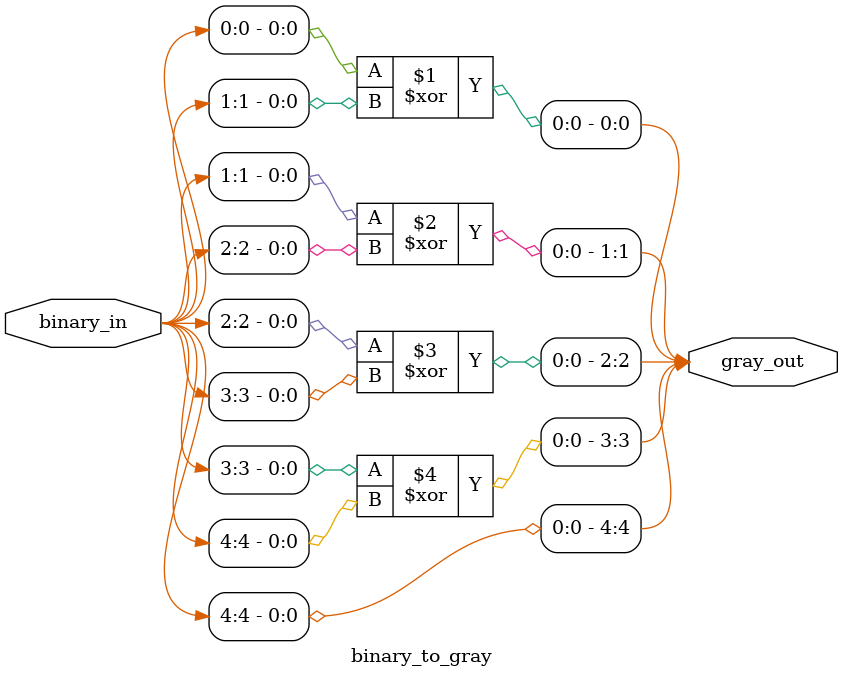
<source format=v>

module binary_to_gray(binary_in, gray_out);

localparam address_size = 4; //3

input [address_size:0] binary_in;
output [address_size:0] gray_out;

genvar i;    
generate for(i = 0; i < address_size; i = i + 1) 
    begin: for_loop
        assign gray_out[i] = binary_in[i] ^ binary_in[i + 1];
    end
endgenerate

assign gray_out[address_size]=binary_in[address_size];
endmodule
</source>
